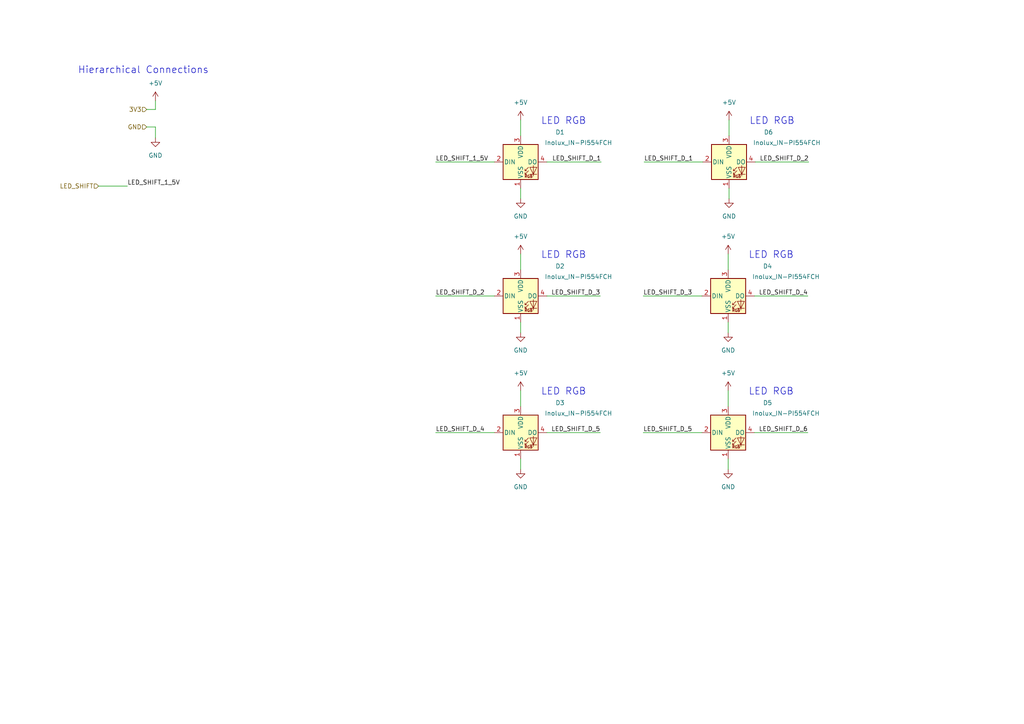
<source format=kicad_sch>
(kicad_sch (version 20230121) (generator eeschema)
  (paper "A4")
  (lib_symbols
    (symbol "LED:Inolux_IN-PI554FCH" (pin_names (offset 0.254))
      (property "Reference" "D" (at 5.08 5.715 0))
      (property "Value" "Inolux_IN-PI554FCH" (at 1.27 -5.715 0))
      (symbol "Inolux_IN-PI554FCH_0_0"
        (text "RGB" (at 2.286 -4.191 0) (effects (font (size 0.762 0.762))))
      )
      (symbol "Inolux_IN-PI554FCH_0_1"
        (polyline (pts (xy 1.27 -3.556) (xy 1.778 -3.556)))
        (polyline (pts (xy 1.27 -2.54) (xy 1.778 -2.54)))
        (polyline (pts (xy 4.699 -3.556) (xy 2.667 -3.556)))
        (polyline (pts (xy 2.286 -2.54) (xy 1.27 -3.556) (xy 1.27 -3.048)))
        (polyline (pts (xy 2.286 -1.524) (xy 1.27 -2.54) (xy 1.27 -2.032)))
        (polyline (pts (xy 3.683 -1.016) (xy 3.683 -3.556) (xy 3.683 -4.064)))
        (polyline (pts (xy 4.699 -1.524) (xy 2.667 -1.524) (xy 3.683 -3.556) (xy 4.699 -1.524)))
        (rectangle (start 5.08 5.08) (end -5.08 -5.08) (stroke (width 0.254)) (fill (type background)))
      )
      (symbol "Inolux_IN-PI554FCH_1_1"
        (pin power_in line (at 0 -7.62 90) (length 2.54) (name "VSS") (number "1"))
        (pin input line (at -7.62 0 0) (length 2.54) (name "DIN") (number "2"))
        (pin power_in line (at 0 7.62 270) (length 2.54) (name "VDD") (number "3"))
        (pin output line (at 7.62 0 180) (length 2.54) (name "DO") (number "4"))
      )
    )
    (symbol "power:+5V" (power) (pin_names (offset 0))
      (property "Value" "+5V" (at 0 3.556 0))
      (symbol "+5V_0_1"
        (polyline (pts (xy -0.762 1.27) (xy 0 2.54)))
        (polyline (pts (xy 0 0) (xy 0 2.54)))
        (polyline (pts (xy 0 2.54) (xy 0.762 1.27)))
      )
      (symbol "+5V_1_1"
        (pin power_in line (at 0 0 90) (length 0) hide (name "+5V") (number "1"))
      )
    )
    (symbol "power:GND" (power) (pin_names (offset 0))
      (property "Value" "GND" (at 0 -3.81 0))
      (symbol "GND_0_1"
        (polyline (pts (xy 0 0) (xy 0 -1.27) (xy 1.27 -1.27) (xy 0 -2.54) (xy -1.27 -1.27) (xy 0 -1.27)))
      )
      (symbol "GND_1_1"
        (pin power_in line (at 0 0 270) (length 0) hide (name "GND") (number "1"))
      )
    )
  )
  (wire (pts (xy 151.003 34.798) (xy 151.003 39.37)))
  (wire (pts (xy 211.201 73.66) (xy 211.201 78.232)))
  (wire (pts (xy 151.003 73.66) (xy 151.003 78.232)))
  (wire (pts (xy 218.821 85.852) (xy 234.315 85.852)))
  (wire (pts (xy 158.623 85.852) (xy 174.117 85.852)))
  (wire (pts (xy 218.821 125.476) (xy 234.315 125.476)))
  (wire (pts (xy 151.003 54.61) (xy 151.003 57.658)))
  (wire (pts (xy 143.383 85.852) (xy 126.365 85.852)))
  (wire (pts (xy 45.085 31.75) (xy 45.085 29.21)))
  (wire (pts (xy 203.835 46.99) (xy 186.817 46.99)))
  (wire (pts (xy 203.581 125.476) (xy 186.563 125.476)))
  (wire (pts (xy 211.201 93.472) (xy 211.201 96.52)))
  (wire (pts (xy 42.545 36.83) (xy 45.085 36.83)))
  (wire (pts (xy 211.455 34.798) (xy 211.455 39.37)))
  (wire (pts (xy 151.003 93.472) (xy 151.003 96.52)))
  (wire (pts (xy 219.075 46.99) (xy 234.569 46.99)))
  (wire (pts (xy 151.003 133.096) (xy 151.003 136.144)))
  (wire (pts (xy 211.455 54.61) (xy 211.455 57.658)))
  (wire (pts (xy 211.201 133.096) (xy 211.201 136.144)))
  (wire (pts (xy 211.201 113.284) (xy 211.201 117.856)))
  (wire (pts (xy 42.545 31.75) (xy 45.085 31.75)))
  (wire (pts (xy 45.085 36.83) (xy 45.085 40.005)))
  (wire (pts (xy 28.575 53.975) (xy 36.957 53.975)))
  (wire (pts (xy 143.383 46.99) (xy 126.365 46.99)))
  (wire (pts (xy 143.383 125.476) (xy 126.365 125.476)))
  (wire (pts (xy 151.003 113.284) (xy 151.003 117.856)))
  (wire (pts (xy 158.623 125.476) (xy 174.117 125.476)))
  (wire (pts (xy 203.581 85.852) (xy 186.563 85.852)))
  (wire (pts (xy 158.623 46.99) (xy 174.371 46.99)))
  (text "LED RGB" (at 170.053 114.808 0) (effects (font (size 2 2)) (justify right bottom)))
  (text "LED RGB" (at 230.251 75.184 0) (effects (font (size 2 2)) (justify right bottom)))
  (text "LED RGB" (at 170.053 36.322 0) (effects (font (size 2 2)) (justify right bottom)))
  (text "LED RGB" (at 170.053 75.184 0) (effects (font (size 2 2)) (justify right bottom)))
  (text "Hierarchical Connections " (at 62.103 21.59 0) (effects (font (size 2 2)) (justify right bottom)))
  (text "LED RGB" (at 230.505 36.322 0) (effects (font (size 2 2)) (justify right bottom)))
  (text "LED RGB" (at 230.251 114.808 0) (effects (font (size 2 2)) (justify right bottom)))
  (label "LED_SHIFT_D_1" (at 174.371 46.99 180))
  (label "LED_SHIFT_D_4" (at 126.365 125.476 0))
  (label "LED_SHIFT_1_5V" (at 36.957 53.975 0))
  (label "LED_SHIFT_D_3" (at 174.117 85.852 180))
  (label "LED_SHIFT_D_4" (at 234.315 85.852 180))
  (label "LED_SHIFT_D_3" (at 186.563 85.852 0))
  (label "LED_SHIFT_D_1" (at 186.817 46.99 0))
  (label "LED_SHIFT_D_5" (at 186.563 125.476 0))
  (label "LED_SHIFT_D_5" (at 174.117 125.476 180))
  (label "LED_SHIFT_D_2" (at 234.569 46.99 180))
  (label "LED_SHIFT_D_2" (at 126.365 85.852 0))
  (label "LED_SHIFT_D_6" (at 234.315 125.476 180))
  (label "LED_SHIFT_1_5V" (at 126.365 46.99 0))
  (hierarchical_label "GND" (shape input) (at 42.545 36.83 180))
  (hierarchical_label "3V3" (shape input) (at 42.545 31.75 180))
  (hierarchical_label "LED_SHIFT" (shape input) (at 28.575 53.975 180))
  (symbol (lib_id "power:GND") (at 45.085 40.005 0) (unit 1)
    (property "Reference" "#PWR022" (effects hide))
    (property "Value" "GND" (at 45.085 45.085 0))
  )
  (symbol (lib_id "power:+5V") (at 151.003 73.66 0) (unit 1)
    (property "Reference" "#PWR010" (effects hide))
    (property "Value" "+5V" (at 151.003 68.58 0))
  )
  (symbol (lib_id "power:GND") (at 211.455 57.658 0) (unit 1)
    (property "Reference" "#PWR019" (effects hide))
    (property "Value" "GND" (at 211.455 62.738 0))
  )
  (symbol (lib_id "power:GND") (at 151.003 96.52 0) (unit 1)
    (property "Reference" "#PWR011" (effects hide))
    (property "Value" "GND" (at 151.003 101.6 0))
  )
  (symbol (lib_id "LED:Inolux_IN-PI554FCH") (at 211.201 125.476 0) (unit 1)
    (property "Reference" "D5" (at 222.631 116.84 0))
    (property "Value" "Inolux_IN-PI554FCH" (at 227.965 119.888 0))
    (property "Footprint" "LED_SMD:LED_Inolux_IN-PI554FCH_PLCC4_5.0x5.0mm_P3.2mm" (effects hide))
    (property "Datasheet" "http://www.inolux-corp.com/datasheet/SMDLED/Addressable%20LED/IN-PI554FCH.pdf" (effects hide))
  )
  (symbol (lib_id "power:+5V") (at 151.003 34.798 0) (unit 1)
    (property "Reference" "#PWR08" (effects hide))
    (property "Value" "+5V" (at 151.003 29.718 0))
  )
  (symbol (lib_id "LED:Inolux_IN-PI554FCH") (at 211.455 46.99 0) (unit 1)
    (property "Reference" "D6" (at 222.885 38.354 0))
    (property "Value" "Inolux_IN-PI554FCH" (at 228.219 41.402 0))
    (property "Footprint" "LED_SMD:LED_Inolux_IN-PI554FCH_PLCC4_5.0x5.0mm_P3.2mm" (effects hide))
    (property "Datasheet" "http://www.inolux-corp.com/datasheet/SMDLED/Addressable%20LED/IN-PI554FCH.pdf" (effects hide))
  )
  (symbol (lib_id "power:+5V") (at 211.201 113.284 0) (unit 1)
    (property "Reference" "#PWR016" (effects hide))
    (property "Value" "+5V" (at 211.201 108.204 0))
  )
  (symbol (lib_id "power:+5V") (at 211.201 73.66 0) (unit 1)
    (property "Reference" "#PWR014" (effects hide))
    (property "Value" "+5V" (at 211.201 68.58 0))
  )
  (symbol (lib_id "power:GND") (at 151.003 136.144 0) (unit 1)
    (property "Reference" "#PWR013" (effects hide))
    (property "Value" "GND" (at 151.003 141.224 0))
  )
  (symbol (lib_id "LED:Inolux_IN-PI554FCH") (at 151.003 125.476 0) (unit 1)
    (property "Reference" "D3" (at 162.433 116.84 0))
    (property "Value" "Inolux_IN-PI554FCH" (at 167.767 119.888 0))
    (property "Footprint" "LED_SMD:LED_Inolux_IN-PI554FCH_PLCC4_5.0x5.0mm_P3.2mm" (effects hide))
    (property "Datasheet" "http://www.inolux-corp.com/datasheet/SMDLED/Addressable%20LED/IN-PI554FCH.pdf" (effects hide))
  )
  (symbol (lib_id "LED:Inolux_IN-PI554FCH") (at 151.003 85.852 0) (unit 1)
    (property "Reference" "D2" (at 162.433 77.216 0))
    (property "Value" "Inolux_IN-PI554FCH" (at 167.767 80.264 0))
    (property "Footprint" "LED_SMD:LED_Inolux_IN-PI554FCH_PLCC4_5.0x5.0mm_P3.2mm" (effects hide))
    (property "Datasheet" "http://www.inolux-corp.com/datasheet/SMDLED/Addressable%20LED/IN-PI554FCH.pdf" (effects hide))
  )
  (symbol (lib_id "power:+5V") (at 151.003 113.284 0) (unit 1)
    (property "Reference" "#PWR012" (effects hide))
    (property "Value" "+5V" (at 151.003 108.204 0))
  )
  (symbol (lib_id "power:+5V") (at 211.455 34.798 0) (unit 1)
    (property "Reference" "#PWR018" (effects hide))
    (property "Value" "+5V" (at 211.455 29.718 0))
  )
  (symbol (lib_id "power:GND") (at 211.201 96.52 0) (unit 1)
    (property "Reference" "#PWR015" (effects hide))
    (property "Value" "GND" (at 211.201 101.6 0))
  )
  (symbol (lib_id "LED:Inolux_IN-PI554FCH") (at 151.003 46.99 0) (unit 1)
    (property "Reference" "D1" (at 162.433 38.354 0))
    (property "Value" "Inolux_IN-PI554FCH" (at 167.767 41.402 0))
    (property "Footprint" "LED_SMD:LED_Inolux_IN-PI554FCH_PLCC4_5.0x5.0mm_P3.2mm" (effects hide))
    (property "Datasheet" "http://www.inolux-corp.com/datasheet/SMDLED/Addressable%20LED/IN-PI554FCH.pdf" (effects hide))
  )
  (symbol (lib_id "power:GND") (at 151.003 57.658 0) (unit 1)
    (property "Reference" "#PWR09" (effects hide))
    (property "Value" "GND" (at 151.003 62.738 0))
  )
  (symbol (lib_id "power:GND") (at 211.201 136.144 0) (unit 1)
    (property "Reference" "#PWR017" (effects hide))
    (property "Value" "GND" (at 211.201 141.224 0))
  )
  (symbol (lib_id "power:+5V") (at 45.085 29.21 0) (unit 1)
    (property "Reference" "#PWR021" (effects hide))
    (property "Value" "+5V" (at 45.085 24.13 0))
  )
  (symbol (lib_id "LED:Inolux_IN-PI554FCH") (at 211.201 85.852 0) (unit 1)
    (property "Reference" "D4" (at 222.631 77.216 0))
    (property "Value" "Inolux_IN-PI554FCH" (at 227.965 80.264 0))
    (property "Footprint" "LED_SMD:LED_Inolux_IN-PI554FCH_PLCC4_5.0x5.0mm_P3.2mm" (effects hide))
    (property "Datasheet" "http://www.inolux-corp.com/datasheet/SMDLED/Addressable%20LED/IN-PI554FCH.pdf" (effects hide))
  )
)
</source>
